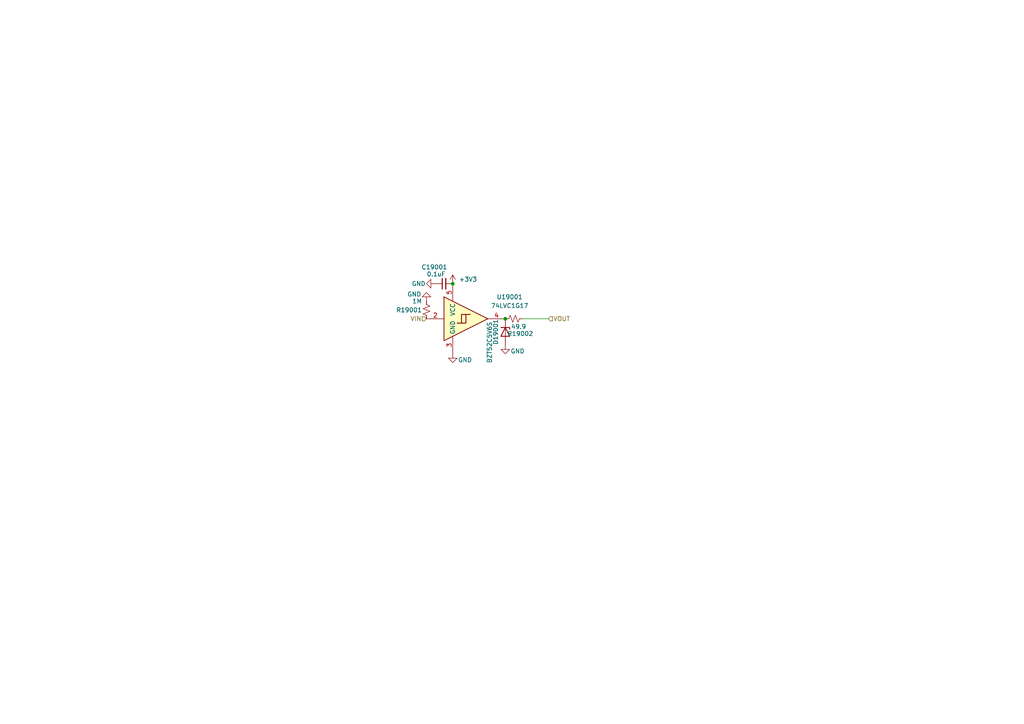
<source format=kicad_sch>
(kicad_sch (version 20231120) (generator "eeschema") (generator_version "8.0")
  (paper "A4")
  (lib_symbols
    (symbol "74xGxx:74LVC1G17"
      (property "Reference" "U" (at 0 3.81 0))
      (property "Value" "74LVC1G17" (at 0 -3.81 0))
      (symbol "74LVC1G17_0_1"
        (polyline (pts (xy -7.62 6.35) (xy -7.62 -6.35) (xy 5.08 0) (xy -7.62 6.35)) (stroke (width 0.254)) (fill (type background)))
        (polyline (pts (xy -3.81 -1.27) (xy -2.54 -1.27) (xy -2.54 1.27) (xy -1.27 1.27)) (stroke (width 0.254)) (fill (type background)))
        (polyline (pts (xy -2.54 -1.27) (xy -1.27 -1.27) (xy -1.27 1.27) (xy 0 1.27)) (stroke (width 0.254)) (fill (type background)))
      )
      (symbol "74LVC1G17_1_1"
        (pin no_connect line (at -7.62 5.08 180) (length 5.08) hide (name "NC") (number "1"))
        (pin input line (at -12.7 0 0) (length 5.08) (name "~") (number "2"))
        (pin power_in line (at -5.08 -10.16 90) (length 5.08) (name "GND") (number "3"))
        (pin output line (at 10.16 0 180) (length 5.08) (name "~") (number "4"))
        (pin power_in line (at -5.08 10.16 270) (length 5.08) (name "VCC") (number "5"))
      )
    )
    (symbol "Device:C_Small" (pin_numbers hide) (pin_names (offset 0.254) hide)
      (property "Reference" "C" (at 0.254 1.778 0))
      (property "Value" "C_Small" (at 0.254 -2.032 0))
      (symbol "C_Small_0_1"
        (polyline (pts (xy -1.524 -0.508) (xy 1.524 -0.508)) (stroke (width 0.3302)))
        (polyline (pts (xy -1.524 0.508) (xy 1.524 0.508)) (stroke (width 0.3048)))
      )
      (symbol "C_Small_1_1"
        (pin passive line (at 0 2.54 270) (length 2.032) (name "~") (number "1"))
        (pin passive line (at 0 -2.54 90) (length 2.032) (name "~") (number "2"))
      )
    )
    (symbol "Device:D_Zener" (pin_numbers hide) (pin_names (offset 1.016) hide)
      (property "Reference" "D" (at 0 2.54 0))
      (property "Value" "D_Zener" (at 0 -2.54 0))
      (symbol "D_Zener_0_1"
        (polyline (pts (xy 1.27 0) (xy -1.27 0)))
        (polyline (pts (xy -1.27 -1.27) (xy -1.27 1.27) (xy -0.762 1.27)) (stroke (width 0.254)))
        (polyline (pts (xy 1.27 -1.27) (xy 1.27 1.27) (xy -1.27 0) (xy 1.27 -1.27)) (stroke (width 0.254)))
      )
      (symbol "D_Zener_1_1"
        (pin passive line (at -3.81 0 0) (length 2.54) (name "K") (number "1"))
        (pin passive line (at 3.81 0 180) (length 2.54) (name "A") (number "2"))
      )
    )
    (symbol "Device:R_Small_US" (pin_numbers hide) (pin_names (offset 0.254) hide)
      (property "Reference" "R" (at 0.762 0.508 0))
      (property "Value" "R_Small_US" (at 0.762 -1.016 0))
      (symbol "R_Small_US_1_1"
        (polyline (pts (xy 0 0) (xy 1.016 -0.381) (xy 0 -0.762) (xy -1.016 -1.143) (xy 0 -1.524)))
        (polyline (pts (xy 0 1.524) (xy 1.016 1.143) (xy 0 0.762) (xy -1.016 0.381) (xy 0 0)))
        (pin passive line (at 0 2.54 270) (length 1.016) (name "~") (number "1"))
        (pin passive line (at 0 -2.54 90) (length 1.016) (name "~") (number "2"))
      )
    )
    (symbol "power:+3V3" (power) (pin_numbers hide) (pin_names (offset 0) hide)
      (property "Value" "+3V3" (at 0 3.556 0))
      (symbol "+3V3_0_1"
        (polyline (pts (xy -0.762 1.27) (xy 0 2.54)))
        (polyline (pts (xy 0 0) (xy 0 2.54)))
        (polyline (pts (xy 0 2.54) (xy 0.762 1.27)))
      )
      (symbol "+3V3_1_1"
        (pin power_in line (at 0 0 90) (length 0) (name "~") (number "1"))
      )
    )
    (symbol "power:GND" (power) (pin_names (offset 0))
      (property "Value" "GND" (at 0 -3.81 0))
      (symbol "GND_0_1"
        (polyline (pts (xy 0 0) (xy 0 -1.27) (xy 1.27 -1.27) (xy 0 -2.54) (xy -1.27 -1.27) (xy 0 -1.27)))
      )
      (symbol "GND_1_1"
        (pin power_in line (at 0 0 270) (length 0) hide (name "GND") (number "1"))
      )
    )
  )
  (junction (at 146.558 92.456))
  (junction (at 131.318 82.296))
  (wire (pts (xy 151.638 92.456) (xy 159.004 92.456)))
  (hierarchical_label "VIN" (shape input) (at 123.698 92.456 180))
  (hierarchical_label "VOUT" (shape input) (at 159.004 92.456 0))
  (symbol (lib_id "power:GND") (at 131.318 102.616 0) (unit 1)
    (property "Reference" "#PWR19004" (effects (hide yes)))
    (property "Value" "GND" (at 134.874 104.394 0))
    (instances (project "analog_frontend_panel" (path "" (reference "#PWR19004") (unit 1)) (path "" (reference "#PWR33008") (unit 1)) (path "" (reference "#PWR27009") (unit 1)) (path "" (reference "#PWR26004") (unit 1))))
  )
  (symbol (lib_id "Device:C_Small") (at 128.778 82.296 90) (unit 1)
    (property "Reference" "C19001" (at 125.984 77.47 90))
    (property "Value" "0.1uF" (at 126.492 79.502 90))
    (property "Footprint" "Capacitor_SMD:C_0402_1005Metric" (effects (hide yes)))
    (instances (project "analog_frontend_panel" (path "" (reference "C19001") (unit 1)) (path "" (reference "C33005") (unit 1)) (path "" (reference "C27001") (unit 1)) (path "" (reference "C26001") (unit 1))))
  )
  (symbol (lib_id "power:GND") (at 146.558 100.076 0) (unit 1)
    (property "Reference" "#PWR19005" (effects (hide yes)))
    (property "Value" "GND" (at 150.114 101.854 0))
    (instances (project "analog_frontend_panel" (path "" (reference "#PWR19005") (unit 1)) (path "" (reference "#PWR33009") (unit 1)) (path "" (reference "#PWR27010") (unit 1)) (path "" (reference "#PWR26005") (unit 1))))
  )
  (symbol (lib_id "74xGxx:74LVC1G17") (at 136.398 92.456 0) (unit 1)
    (property "Reference" "U19001" (at 147.828 86.1374 0))
    (property "Value" "74LVC1G17" (at 147.828 88.6774 0))
    (property "Footprint" "Package_TO_SOT_SMD:SOT-23-5" (effects (hide yes)))
    (property "Datasheet" "https://www.ti.com/lit/ds/symlink/sn74lvc1g17.pdf" (effects (hide yes)))
    (property "Description" "Single Schmitt Buffer Gate, Low-Voltage CMOS" (effects (hide yes)))
    (property "LCSC" "C7836" (effects (hide yes)))
    (instances (project "analog_frontend_panel" (path "" (reference "U19001") (unit 1)) (path "" (reference "U33002") (unit 1)) (path "" (reference "U27001") (unit 1)) (path "" (reference "U26001") (unit 1))))
  )
  (symbol (lib_id "power:GND") (at 123.698 87.376 180) (unit 1)
    (property "Reference" "#PWR19001" (effects (hide yes)))
    (property "Value" "GND" (at 118.11 85.344 0) (effects (justify right)))
    (instances (project "analog_frontend_panel" (path "" (reference "#PWR19001") (unit 1)) (path "" (reference "#PWR33005") (unit 1)) (path "" (reference "#PWR27001") (unit 1)) (path "" (reference "#PWR26001") (unit 1))))
  )
  (symbol (lib_id "Device:R_Small_US") (at 149.098 92.456 90) (unit 1)
    (property "Reference" "R19002" (at 154.686 96.774 90) (effects (justify left)))
    (property "Value" "49.9" (at 152.654 94.742 90) (effects (justify left)))
    (property "Footprint" "Resistor_SMD:R_0805_2012Metric" (effects (hide yes)))
    (property "LCSC" "C17720" (effects (hide yes)))
    (instances (project "analog_frontend_panel" (path "" (reference "R19002") (unit 1)) (path "" (reference "R33004") (unit 1)) (path "" (reference "R27002") (unit 1)) (path "" (reference "R26002") (unit 1))))
  )
  (symbol (lib_id "power:+3V3") (at 131.318 82.296 0) (unit 1)
    (property "Reference" "#PWR19003" (effects (hide yes)))
    (property "Value" "+3V3" (at 133.096 81.0259 0) (effects (justify left)))
    (property "Description" "Power symbol creates a global label with name \"+3V3\"" (effects (hide yes)))
    (instances (project "analog_frontend_panel" (path "" (reference "#PWR19003") (unit 1)) (path "" (reference "#PWR33007") (unit 1)) (path "" (reference "#PWR27004") (unit 1)) (path "" (reference "#PWR26003") (unit 1))))
  )
  (symbol (lib_id "Device:R_Small_US") (at 123.698 89.916 180) (unit 1)
    (property "Reference" "R19001" (at 122.428 89.916 0) (effects (justify left)))
    (property "Value" "1M" (at 122.428 87.376 0) (effects (justify left)))
    (property "Footprint" "Resistor_SMD:R_0402_1005Metric" (effects (hide yes)))
    (instances (project "analog_frontend_panel" (path "" (reference "R19001") (unit 1)) (path "" (reference "R33003") (unit 1)) (path "" (reference "R27001") (unit 1)) (path "" (reference "R26001") (unit 1))))
  )
  (symbol (lib_id "power:GND") (at 126.238 82.296 270) (unit 1)
    (property "Reference" "#PWR19002" (effects (hide yes)))
    (property "Value" "GND" (at 121.412 82.296 90))
    (instances (project "analog_frontend_panel" (path "" (reference "#PWR19002") (unit 1)) (path "" (reference "#PWR33006") (unit 1)) (path "" (reference "#PWR27002") (unit 1)) (path "" (reference "#PWR26002") (unit 1))))
  )
  (symbol (lib_id "Device:D_Zener") (at 146.558 96.266 270) (unit 1)
    (property "Reference" "D19001" (at 143.764 96.266 0))
    (property "Value" "BZT52C5V6S" (at 141.986 99.314 0))
    (property "Footprint" "Diode_SMD:D_SOD-323" (effects (hide yes)))
    (property "LCSC" "C5184420" (effects (hide yes)))
    (instances (project "analog_frontend_panel" (path "" (reference "D19001") (unit 1)) (path "" (reference "D33001") (unit 1)) (path "" (reference "D27001") (unit 1)) (path "" (reference "D26001") (unit 1))))
  )
)
</source>
